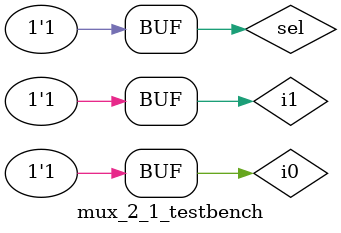
<source format=sv>
/*
Name: Molly Le & Feifan Quiao 

Description: A 2:1 multiplexer that takes in
             2 inputs and produces 1 output based
             on the enable wire's value.
*/
`timescale 1ps/10fs

module mux_2_1(output logic out, input logic i0, i1, sel);
	
	assign out = (sel) ? i1 : i0; 

endmodule

module mux_2_1_testbench();
    logic i0, i1, sel;
    logic out;

    mux_2_1 dut (.out, .i0, .i1, .sel);

    initial begin
        sel=0; i0=0; i1=0; #50; // out = i0  
        sel=0; i0=0; i1=1; #50;
        sel=0; i0=1; i1=0; #50;
        sel=0; i0=1; i1=1; #50;
        sel=1; i0=0; i1=0; #50; // out = i1
        sel=1; i0=0; i1=1; #50;
        sel=1; i0=1; i1=0; #50;
        sel=1; i0=1; i1=1; #50;
    end
endmodule 
</source>
